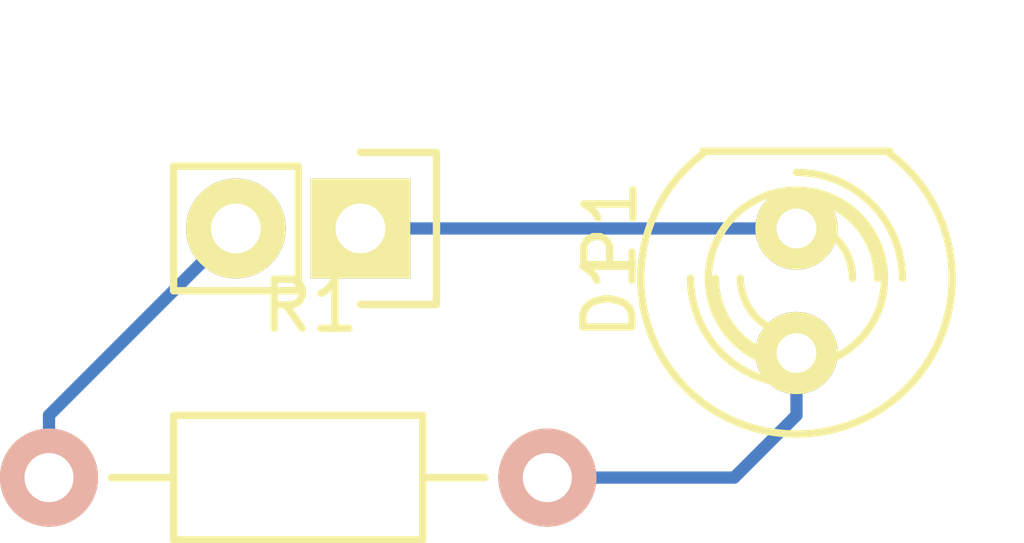
<source format=kicad_pcb>
(kicad_pcb (version 4) (host pcbnew 0.201504151001+5600~22~ubuntu14.04.1-product)

  (general
    (links 3)
    (no_connects 0)
    (area 121.783499 95.395 185.556501 135.01431)
    (thickness 1.6)
    (drawings 0)
    (tracks 6)
    (zones 0)
    (modules 3)
    (nets 4)
  )

  (page A4)
  (layers
    (0 F.Cu signal)
    (31 B.Cu signal)
    (32 B.Adhes user)
    (33 F.Adhes user)
    (34 B.Paste user)
    (35 F.Paste user)
    (36 B.SilkS user)
    (37 F.SilkS user)
    (38 B.Mask user)
    (39 F.Mask user)
    (40 Dwgs.User user)
    (41 Cmts.User user)
    (42 Eco1.User user)
    (43 Eco2.User user)
    (44 Edge.Cuts user)
    (45 Margin user)
    (46 B.CrtYd user)
    (47 F.CrtYd user)
    (48 B.Fab user)
    (49 F.Fab user)
  )

  (setup
    (last_trace_width 0.25)
    (trace_clearance 0.2)
    (zone_clearance 0.508)
    (zone_45_only no)
    (trace_min 0.2)
    (segment_width 0.2)
    (edge_width 0.1)
    (via_size 0.6)
    (via_drill 0.4)
    (via_min_size 0.4)
    (via_min_drill 0.3)
    (uvia_size 0.3)
    (uvia_drill 0.1)
    (uvias_allowed no)
    (uvia_min_size 0.2)
    (uvia_min_drill 0.1)
    (pcb_text_width 0.3)
    (pcb_text_size 1.5 1.5)
    (mod_edge_width 0.15)
    (mod_text_size 1 1)
    (mod_text_width 0.15)
    (pad_size 1.5 1.5)
    (pad_drill 0.6)
    (pad_to_mask_clearance 0)
    (aux_axis_origin 0 0)
    (visible_elements 7FFFFFFF)
    (pcbplotparams
      (layerselection 0x00030_80000001)
      (usegerberextensions false)
      (excludeedgelayer true)
      (linewidth 0.100000)
      (plotframeref false)
      (viasonmask false)
      (mode 1)
      (useauxorigin false)
      (hpglpennumber 1)
      (hpglpenspeed 20)
      (hpglpendiameter 15)
      (hpglpenoverlay 2)
      (psnegative false)
      (psa4output false)
      (plotreference true)
      (plotvalue true)
      (plotinvisibletext false)
      (padsonsilk false)
      (subtractmaskfromsilk false)
      (outputformat 1)
      (mirror false)
      (drillshape 1)
      (scaleselection 1)
      (outputdirectory ""))
  )

  (net 0 "")
  (net 1 "Net-(D1-Pad1)")
  (net 2 GND)
  (net 3 VCC)

  (net_class Default "Questo è il gruppo di collegamenti predefinito"
    (clearance 0.2)
    (trace_width 0.25)
    (via_dia 0.6)
    (via_drill 0.4)
    (uvia_dia 0.3)
    (uvia_drill 0.1)
    (add_net GND)
    (add_net "Net-(D1-Pad1)")
    (add_net VCC)
  )

  (module LEDs:LED-5MM (layer F.Cu) (tedit 0) (tstamp 55307B68)
    (at 158.75 101.6 90)
    (descr "LED 5mm - Lead pitch 100mil (2,54mm)")
    (tags "LED led 5mm 5MM 100mil 2,54mm")
    (path /552ED118)
    (fp_text reference D1 (at 0 -3.81 90) (layer F.SilkS)
      (effects (font (size 1 1) (thickness 0.15)))
    )
    (fp_text value LED (at 0 3.81 90) (layer F.Fab)
      (effects (font (size 1 1) (thickness 0.15)))
    )
    (fp_line (start 2.8448 1.905) (end 2.8448 -1.905) (layer F.SilkS) (width 0.15))
    (fp_circle (center 0.254 0) (end -1.016 1.27) (layer F.SilkS) (width 0.15))
    (fp_arc (start 0.254 0) (end 2.794 1.905) (angle 286.2) (layer F.SilkS) (width 0.15))
    (fp_arc (start 0.254 0) (end -0.889 0) (angle 90) (layer F.SilkS) (width 0.15))
    (fp_arc (start 0.254 0) (end 1.397 0) (angle 90) (layer F.SilkS) (width 0.15))
    (fp_arc (start 0.254 0) (end -1.397 0) (angle 90) (layer F.SilkS) (width 0.15))
    (fp_arc (start 0.254 0) (end 1.905 0) (angle 90) (layer F.SilkS) (width 0.15))
    (fp_arc (start 0.254 0) (end -1.905 0) (angle 90) (layer F.SilkS) (width 0.15))
    (fp_arc (start 0.254 0) (end 2.413 0) (angle 90) (layer F.SilkS) (width 0.15))
    (pad 1 thru_hole circle (at -1.27 0 90) (size 1.6764 1.6764) (drill 0.8128) (layers *.Cu *.Mask F.SilkS)
      (net 1 "Net-(D1-Pad1)"))
    (pad 2 thru_hole circle (at 1.27 0 90) (size 1.6764 1.6764) (drill 0.8128) (layers *.Cu *.Mask F.SilkS)
      (net 2 GND))
    (model LEDs.3dshapes/LED-5MM.wrl
      (at (xyz 0 0 0))
      (scale (xyz 1 1 1))
      (rotate (xyz 0 0 0))
    )
  )

  (module Pin_Headers:Pin_Header_Straight_1x02 (layer F.Cu) (tedit 552ED45B) (tstamp 55307B9D)
    (at 149.86 100.33 270)
    (descr "Through hole pin header")
    (tags "pin header")
    (path /552ED4D9)
    (fp_text reference P1 (at 0 -5.1 270) (layer F.SilkS)
      (effects (font (size 1 1) (thickness 0.15)))
    )
    (fp_text value CONN_01X02 (at -3.81 1.27 540) (layer F.Fab)
      (effects (font (size 1 1) (thickness 0.15)))
    )
    (fp_line (start 1.27 1.27) (end 1.27 3.81) (layer F.SilkS) (width 0.15))
    (fp_line (start 1.55 -1.55) (end 1.55 0) (layer F.SilkS) (width 0.15))
    (fp_line (start -1.75 -1.75) (end -1.75 4.3) (layer F.CrtYd) (width 0.05))
    (fp_line (start 1.75 -1.75) (end 1.75 4.3) (layer F.CrtYd) (width 0.05))
    (fp_line (start -1.75 -1.75) (end 1.75 -1.75) (layer F.CrtYd) (width 0.05))
    (fp_line (start -1.75 4.3) (end 1.75 4.3) (layer F.CrtYd) (width 0.05))
    (fp_line (start 1.27 1.27) (end -1.27 1.27) (layer F.SilkS) (width 0.15))
    (fp_line (start -1.55 0) (end -1.55 -1.55) (layer F.SilkS) (width 0.15))
    (fp_line (start -1.55 -1.55) (end 1.55 -1.55) (layer F.SilkS) (width 0.15))
    (fp_line (start -1.27 1.27) (end -1.27 3.81) (layer F.SilkS) (width 0.15))
    (fp_line (start -1.27 3.81) (end 1.27 3.81) (layer F.SilkS) (width 0.15))
    (pad 1 thru_hole rect (at 0 0 270) (size 2.032 2.032) (drill 1.016) (layers *.Cu *.Mask F.SilkS)
      (net 2 GND))
    (pad 2 thru_hole oval (at 0 2.54 270) (size 2.032 2.032) (drill 1.016) (layers *.Cu *.Mask F.SilkS)
      (net 3 VCC))
    (model Pin_Headers.3dshapes/Pin_Header_Straight_1x02.wrl
      (at (xyz 0 -0.05 0))
      (scale (xyz 1 1 1))
      (rotate (xyz 0 0 90))
    )
  )

  (module Resistors_ThroughHole:Resistor_Horizontal_RM10mm (layer F.Cu) (tedit 552ED463) (tstamp 55307BA8)
    (at 148.59 105.41)
    (descr "Resistor, Axial,  RM 10mm, 1/3W,")
    (tags "Resistor, Axial, RM 10mm, 1/3W,")
    (path /552ED0FF)
    (fp_text reference R1 (at 0.24892 -3.50012) (layer F.SilkS)
      (effects (font (size 1 1) (thickness 0.15)))
    )
    (fp_text value R (at 5.08 -2.54) (layer F.Fab)
      (effects (font (size 1 1) (thickness 0.15)))
    )
    (fp_line (start -2.54 -1.27) (end 2.54 -1.27) (layer F.SilkS) (width 0.15))
    (fp_line (start 2.54 -1.27) (end 2.54 1.27) (layer F.SilkS) (width 0.15))
    (fp_line (start 2.54 1.27) (end -2.54 1.27) (layer F.SilkS) (width 0.15))
    (fp_line (start -2.54 1.27) (end -2.54 -1.27) (layer F.SilkS) (width 0.15))
    (fp_line (start -2.54 0) (end -3.81 0) (layer F.SilkS) (width 0.15))
    (fp_line (start 2.54 0) (end 3.81 0) (layer F.SilkS) (width 0.15))
    (pad 1 thru_hole circle (at -5.08 0) (size 1.99898 1.99898) (drill 1.00076) (layers *.Cu *.SilkS *.Mask)
      (net 3 VCC))
    (pad 2 thru_hole circle (at 5.08 0) (size 1.99898 1.99898) (drill 1.00076) (layers *.Cu *.SilkS *.Mask)
      (net 1 "Net-(D1-Pad1)"))
    (model Resistors_ThroughHole.3dshapes/Resistor_Horizontal_RM10mm.wrl
      (at (xyz 0 0 0))
      (scale (xyz 0.4 0.4 0.4))
      (rotate (xyz 0 0 0))
    )
  )

  (segment (start 158.75 104.14) (end 157.48 105.41) (width 0.25) (layer B.Cu) (net 1) (tstamp 55307BE1))
  (segment (start 157.48 105.41) (end 153.67 105.41) (width 0.25) (layer B.Cu) (net 1) (tstamp 55307BE2))
  (segment (start 158.75 102.87) (end 158.75 104.14) (width 0.25) (layer B.Cu) (net 1))
  (segment (start 149.86 100.33) (end 158.75 100.33) (width 0.25) (layer B.Cu) (net 2))
  (segment (start 143.51 104.14) (end 147.32 100.33) (width 0.25) (layer B.Cu) (net 3) (tstamp 55307BD9))
  (segment (start 143.51 105.41) (end 143.51 104.14) (width 0.25) (layer B.Cu) (net 3))

)

</source>
